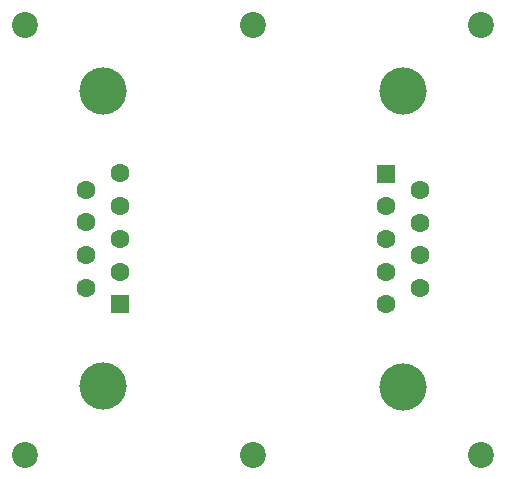
<source format=gts>
G04 #@! TF.GenerationSoftware,KiCad,Pcbnew,5.1.10-88a1d61d58~88~ubuntu20.04.1*
G04 #@! TF.CreationDate,2021-05-09T22:10:24+02:00*
G04 #@! TF.ProjectId,SerialSwitcher,53657269-616c-4537-9769-74636865722e,rev?*
G04 #@! TF.SameCoordinates,Original*
G04 #@! TF.FileFunction,Soldermask,Top*
G04 #@! TF.FilePolarity,Negative*
%FSLAX46Y46*%
G04 Gerber Fmt 4.6, Leading zero omitted, Abs format (unit mm)*
G04 Created by KiCad (PCBNEW 5.1.10-88a1d61d58~88~ubuntu20.04.1) date 2021-05-09 22:10:24*
%MOMM*%
%LPD*%
G01*
G04 APERTURE LIST*
%ADD10C,4.000000*%
%ADD11C,1.600000*%
%ADD12R,1.600000X1.600000*%
%ADD13C,2.200000*%
G04 APERTURE END LIST*
D10*
X128580000Y-68030000D03*
X128580000Y-43030000D03*
D11*
X127160000Y-51375000D03*
X127160000Y-54145000D03*
X127160000Y-56915000D03*
X127160000Y-59685000D03*
X130000000Y-49990000D03*
X130000000Y-52760000D03*
X130000000Y-55530000D03*
X130000000Y-58300000D03*
D12*
X130000000Y-61070000D03*
D13*
X141300000Y-37400000D03*
X122000000Y-37400000D03*
X141300000Y-73800000D03*
X122000000Y-73800000D03*
X160600000Y-73800000D03*
X160600000Y-37400000D03*
D12*
X152600000Y-50000000D03*
D11*
X152600000Y-52770000D03*
X152600000Y-55540000D03*
X152600000Y-58310000D03*
X152600000Y-61080000D03*
X155440000Y-51385000D03*
X155440000Y-54155000D03*
X155440000Y-56925000D03*
X155440000Y-59695000D03*
D10*
X154020000Y-68040000D03*
X154020000Y-43040000D03*
M02*

</source>
